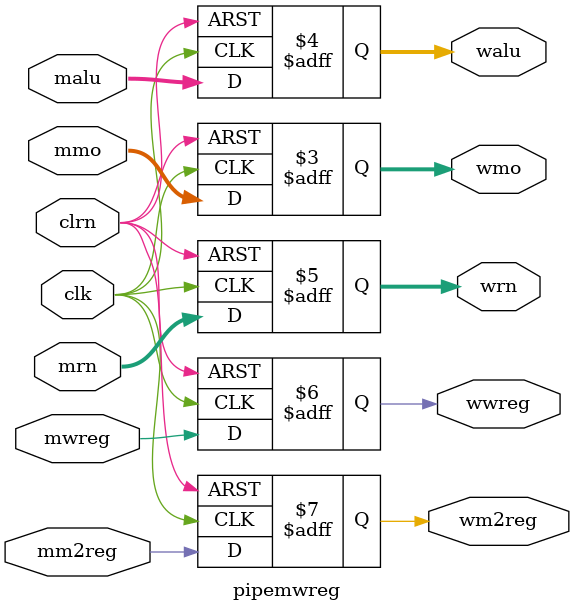
<source format=v>
module pipemwreg(mwreg,mm2reg,mmo,malu,mrn,clk,clrn,wwreg,wm2reg,wmo,walu,wrn);
	input [31:0]  	mmo,malu;	//mmo MEM级从存储器出来的数据
	input [4:0] 	mrn;
	input 			mwreg,mm2reg; //寄存器写   mm2reg选择存储器的数据
	input 			clk,clrn;
	
	output reg[31:0] 	wmo,walu;		//传递第四级别ALUOUt     wmo为数据存储器取出的值 lw使用的
	output reg[4:0]		wrn;			//wrn写目标
	output reg 			wwreg,wm2reg;	//
	
	always @(negedge clrn or posedge clk)
		if(clrn==0) begin
			wwreg	<=0;
			wm2reg	<=0;
			wmo		<=0;
			walu	<=0;
			wrn		<=0;
		end else begin
			wwreg	<= mwreg	;
			wm2reg	<= mm2reg	;
			wmo		<= mmo		;  //传到WB级 为lw提供帮助
			walu	<= malu		; 
	        wrn		<= mrn		;
		end
endmodule
</source>
